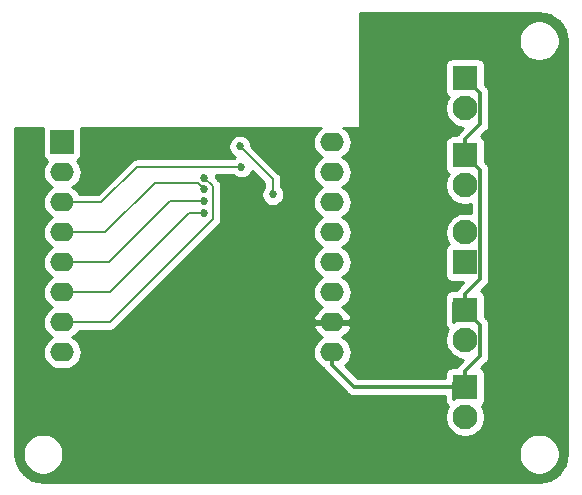
<source format=gbr>
G04 #@! TF.GenerationSoftware,KiCad,Pcbnew,5.1.4*
G04 #@! TF.CreationDate,2019-08-25T18:27:55-04:00*
G04 #@! TF.ProjectId,oven,6f76656e-2e6b-4696-9361-645f70636258,v02*
G04 #@! TF.SameCoordinates,Original*
G04 #@! TF.FileFunction,Copper,L2,Bot*
G04 #@! TF.FilePolarity,Positive*
%FSLAX46Y46*%
G04 Gerber Fmt 4.6, Leading zero omitted, Abs format (unit mm)*
G04 Created by KiCad (PCBNEW 5.1.4) date 2019-08-25 18:27:55*
%MOMM*%
%LPD*%
G04 APERTURE LIST*
%ADD10O,2.000000X1.600000*%
%ADD11R,2.000000X2.000000*%
%ADD12R,2.100000X2.100000*%
%ADD13C,2.100000*%
%ADD14C,0.685800*%
%ADD15C,0.304800*%
%ADD16C,0.152400*%
%ADD17C,0.254000*%
G04 APERTURE END LIST*
D10*
X96830000Y-80820000D03*
D11*
X96830000Y-78280000D03*
D10*
X96830000Y-83360000D03*
X96830000Y-85900000D03*
X96830000Y-88440000D03*
X96830000Y-90980000D03*
X96830000Y-93520000D03*
X96830000Y-96060000D03*
X119690000Y-96060000D03*
X119690000Y-93520000D03*
X119690000Y-90980000D03*
X119690000Y-88440000D03*
X119690000Y-85900000D03*
X119690000Y-83360000D03*
X119690000Y-80820000D03*
X119690000Y-78280000D03*
D12*
X130950000Y-88460000D03*
D13*
X130950000Y-85920000D03*
D12*
X130950000Y-72840000D03*
D13*
X130950000Y-75380000D03*
D12*
X130950000Y-79380000D03*
D13*
X130950000Y-81920000D03*
X130950000Y-95000000D03*
D12*
X130950000Y-92460000D03*
D13*
X130950000Y-101540000D03*
D12*
X130950000Y-99000000D03*
D14*
X116580000Y-79940000D03*
X108870000Y-82270000D03*
X108870000Y-81270000D03*
X108870000Y-83270000D03*
X114670000Y-82700000D03*
X111880000Y-78620000D03*
X112010000Y-80360000D03*
X108870000Y-84270000D03*
D15*
X130000000Y-100000000D02*
X130000000Y-98645200D01*
X130000000Y-93460000D02*
X130000000Y-91925762D01*
X129595200Y-99000000D02*
X130950000Y-99000000D01*
X121525200Y-99000000D02*
X129595200Y-99000000D01*
X119690000Y-97164800D02*
X121525200Y-99000000D01*
X119690000Y-96060000D02*
X119690000Y-97164800D01*
X132203201Y-93713201D02*
X130950000Y-92460000D01*
X132203201Y-96391999D02*
X132203201Y-93713201D01*
X130950000Y-97645200D02*
X132203201Y-96391999D01*
X130950000Y-99000000D02*
X130950000Y-97645200D01*
X132203201Y-89851999D02*
X132203201Y-80633201D01*
X132203201Y-80633201D02*
X130950000Y-79380000D01*
X130950000Y-91105200D02*
X132203201Y-89851999D01*
X130950000Y-92460000D02*
X130950000Y-91105200D01*
X132203201Y-74093201D02*
X130950000Y-72840000D01*
X132203201Y-76771999D02*
X132203201Y-74093201D01*
X130950000Y-78025200D02*
X132203201Y-76771999D01*
X130950000Y-79380000D02*
X130950000Y-78025200D01*
D16*
X108347010Y-81747010D02*
X104652990Y-81747010D01*
X108870000Y-82270000D02*
X108347010Y-81747010D01*
X100500000Y-85900000D02*
X96830000Y-85900000D01*
X104652990Y-81747010D02*
X100500000Y-85900000D01*
X109590000Y-84810990D02*
X100880990Y-93520000D01*
X97982400Y-93520000D02*
X96830000Y-93520000D01*
X109590000Y-81990000D02*
X109590000Y-84810990D01*
X100880990Y-93520000D02*
X97982400Y-93520000D01*
X108870000Y-81270000D02*
X109590000Y-81990000D01*
X108870000Y-83270000D02*
X106000000Y-83270000D01*
X100830000Y-88440000D02*
X96830000Y-88440000D01*
X106000000Y-83270000D02*
X100830000Y-88440000D01*
X114670000Y-81410000D02*
X114670000Y-82700000D01*
X111880000Y-78620000D02*
X114670000Y-81410000D01*
X112010000Y-80360000D02*
X103160000Y-80360000D01*
X100160000Y-83360000D02*
X96830000Y-83360000D01*
X103160000Y-80360000D02*
X100160000Y-83360000D01*
X108870000Y-84270000D02*
X107570000Y-84270000D01*
X100860000Y-90980000D02*
X96830000Y-90980000D01*
X107570000Y-84270000D02*
X100860000Y-90980000D01*
D17*
G36*
X137663893Y-67387670D02*
G01*
X138100498Y-67519489D01*
X138503185Y-67733600D01*
X138856612Y-68021848D01*
X139147327Y-68373261D01*
X139364242Y-68774439D01*
X139499106Y-69210113D01*
X139550001Y-69694353D01*
X139550000Y-104647721D01*
X139502330Y-105133894D01*
X139370512Y-105570497D01*
X139156399Y-105973186D01*
X138868150Y-106326613D01*
X138516739Y-106617327D01*
X138115564Y-106834240D01*
X137679886Y-106969106D01*
X137195664Y-107020000D01*
X95242279Y-107020000D01*
X94756106Y-106972330D01*
X94319503Y-106840512D01*
X93916814Y-106626399D01*
X93563387Y-106338150D01*
X93272673Y-105986739D01*
X93055760Y-105585564D01*
X92920894Y-105149886D01*
X92870000Y-104665664D01*
X92870000Y-104509117D01*
X93475000Y-104509117D01*
X93475000Y-104850883D01*
X93541675Y-105186081D01*
X93672463Y-105501831D01*
X93862337Y-105785998D01*
X94104002Y-106027663D01*
X94388169Y-106217537D01*
X94703919Y-106348325D01*
X95039117Y-106415000D01*
X95380883Y-106415000D01*
X95716081Y-106348325D01*
X96031831Y-106217537D01*
X96315998Y-106027663D01*
X96557663Y-105785998D01*
X96747537Y-105501831D01*
X96878325Y-105186081D01*
X96945000Y-104850883D01*
X96945000Y-104509117D01*
X135475000Y-104509117D01*
X135475000Y-104850883D01*
X135541675Y-105186081D01*
X135672463Y-105501831D01*
X135862337Y-105785998D01*
X136104002Y-106027663D01*
X136388169Y-106217537D01*
X136703919Y-106348325D01*
X137039117Y-106415000D01*
X137380883Y-106415000D01*
X137716081Y-106348325D01*
X138031831Y-106217537D01*
X138315998Y-106027663D01*
X138557663Y-105785998D01*
X138747537Y-105501831D01*
X138878325Y-105186081D01*
X138945000Y-104850883D01*
X138945000Y-104509117D01*
X138878325Y-104173919D01*
X138747537Y-103858169D01*
X138557663Y-103574002D01*
X138315998Y-103332337D01*
X138031831Y-103142463D01*
X137716081Y-103011675D01*
X137380883Y-102945000D01*
X137039117Y-102945000D01*
X136703919Y-103011675D01*
X136388169Y-103142463D01*
X136104002Y-103332337D01*
X135862337Y-103574002D01*
X135672463Y-103858169D01*
X135541675Y-104173919D01*
X135475000Y-104509117D01*
X96945000Y-104509117D01*
X96878325Y-104173919D01*
X96747537Y-103858169D01*
X96557663Y-103574002D01*
X96315998Y-103332337D01*
X96031831Y-103142463D01*
X95716081Y-103011675D01*
X95380883Y-102945000D01*
X95039117Y-102945000D01*
X94703919Y-103011675D01*
X94388169Y-103142463D01*
X94104002Y-103332337D01*
X93862337Y-103574002D01*
X93672463Y-103858169D01*
X93541675Y-104173919D01*
X93475000Y-104509117D01*
X92870000Y-104509117D01*
X92870000Y-77037000D01*
X95240140Y-77037000D01*
X95204188Y-77155518D01*
X95191928Y-77280000D01*
X95191928Y-79280000D01*
X95204188Y-79404482D01*
X95240498Y-79524180D01*
X95299463Y-79634494D01*
X95378815Y-79731185D01*
X95475506Y-79810537D01*
X95563476Y-79857559D01*
X95431068Y-80018899D01*
X95297818Y-80268192D01*
X95215764Y-80538691D01*
X95188057Y-80820000D01*
X95215764Y-81101309D01*
X95297818Y-81371808D01*
X95431068Y-81621101D01*
X95610392Y-81839608D01*
X95828899Y-82018932D01*
X95961858Y-82090000D01*
X95828899Y-82161068D01*
X95610392Y-82340392D01*
X95431068Y-82558899D01*
X95297818Y-82808192D01*
X95215764Y-83078691D01*
X95188057Y-83360000D01*
X95215764Y-83641309D01*
X95297818Y-83911808D01*
X95431068Y-84161101D01*
X95610392Y-84379608D01*
X95828899Y-84558932D01*
X95961858Y-84630000D01*
X95828899Y-84701068D01*
X95610392Y-84880392D01*
X95431068Y-85098899D01*
X95297818Y-85348192D01*
X95215764Y-85618691D01*
X95188057Y-85900000D01*
X95215764Y-86181309D01*
X95297818Y-86451808D01*
X95431068Y-86701101D01*
X95610392Y-86919608D01*
X95828899Y-87098932D01*
X95961858Y-87170000D01*
X95828899Y-87241068D01*
X95610392Y-87420392D01*
X95431068Y-87638899D01*
X95297818Y-87888192D01*
X95215764Y-88158691D01*
X95188057Y-88440000D01*
X95215764Y-88721309D01*
X95297818Y-88991808D01*
X95431068Y-89241101D01*
X95610392Y-89459608D01*
X95828899Y-89638932D01*
X95961858Y-89710000D01*
X95828899Y-89781068D01*
X95610392Y-89960392D01*
X95431068Y-90178899D01*
X95297818Y-90428192D01*
X95215764Y-90698691D01*
X95188057Y-90980000D01*
X95215764Y-91261309D01*
X95297818Y-91531808D01*
X95431068Y-91781101D01*
X95610392Y-91999608D01*
X95828899Y-92178932D01*
X95961858Y-92250000D01*
X95828899Y-92321068D01*
X95610392Y-92500392D01*
X95431068Y-92718899D01*
X95297818Y-92968192D01*
X95215764Y-93238691D01*
X95188057Y-93520000D01*
X95215764Y-93801309D01*
X95297818Y-94071808D01*
X95431068Y-94321101D01*
X95610392Y-94539608D01*
X95828899Y-94718932D01*
X95961858Y-94790000D01*
X95828899Y-94861068D01*
X95610392Y-95040392D01*
X95431068Y-95258899D01*
X95297818Y-95508192D01*
X95215764Y-95778691D01*
X95188057Y-96060000D01*
X95215764Y-96341309D01*
X95297818Y-96611808D01*
X95431068Y-96861101D01*
X95610392Y-97079608D01*
X95828899Y-97258932D01*
X96078192Y-97392182D01*
X96348691Y-97474236D01*
X96559508Y-97495000D01*
X97100492Y-97495000D01*
X97311309Y-97474236D01*
X97581808Y-97392182D01*
X97831101Y-97258932D01*
X98049608Y-97079608D01*
X98228932Y-96861101D01*
X98362182Y-96611808D01*
X98444236Y-96341309D01*
X98471943Y-96060000D01*
X118048057Y-96060000D01*
X118075764Y-96341309D01*
X118157818Y-96611808D01*
X118291068Y-96861101D01*
X118470392Y-97079608D01*
X118688899Y-97258932D01*
X118935750Y-97390877D01*
X118959018Y-97467582D01*
X118975713Y-97498815D01*
X119032135Y-97604372D01*
X119130532Y-97724269D01*
X119160573Y-97748923D01*
X120941081Y-99529433D01*
X120965731Y-99559469D01*
X120995767Y-99584119D01*
X120995770Y-99584122D01*
X121085627Y-99657866D01*
X121222417Y-99730982D01*
X121370843Y-99776006D01*
X121486527Y-99787400D01*
X121486535Y-99787400D01*
X121525200Y-99791208D01*
X121563865Y-99787400D01*
X129212600Y-99787400D01*
X129212600Y-100038672D01*
X129223994Y-100154356D01*
X129269018Y-100302782D01*
X129342134Y-100439571D01*
X129440531Y-100559469D01*
X129529726Y-100632670D01*
X129456772Y-100741853D01*
X129329754Y-101048504D01*
X129265000Y-101374042D01*
X129265000Y-101705958D01*
X129329754Y-102031496D01*
X129456772Y-102338147D01*
X129641175Y-102614125D01*
X129875875Y-102848825D01*
X130151853Y-103033228D01*
X130458504Y-103160246D01*
X130784042Y-103225000D01*
X131115958Y-103225000D01*
X131441496Y-103160246D01*
X131748147Y-103033228D01*
X132024125Y-102848825D01*
X132258825Y-102614125D01*
X132443228Y-102338147D01*
X132570246Y-102031496D01*
X132635000Y-101705958D01*
X132635000Y-101374042D01*
X132570246Y-101048504D01*
X132443228Y-100741853D01*
X132340454Y-100588042D01*
X132354494Y-100580537D01*
X132451185Y-100501185D01*
X132530537Y-100404494D01*
X132589502Y-100294180D01*
X132625812Y-100174482D01*
X132638072Y-100050000D01*
X132638072Y-97950000D01*
X132625812Y-97825518D01*
X132589502Y-97705820D01*
X132530537Y-97595506D01*
X132451185Y-97498815D01*
X132354494Y-97419463D01*
X132312001Y-97396750D01*
X132732630Y-96976121D01*
X132762670Y-96951468D01*
X132836080Y-96862018D01*
X132861067Y-96831572D01*
X132934183Y-96694782D01*
X132956793Y-96620246D01*
X132979207Y-96546356D01*
X132990601Y-96430672D01*
X132990601Y-96430662D01*
X132994409Y-96391999D01*
X132990601Y-96353336D01*
X132990601Y-93751864D01*
X132994409Y-93713201D01*
X132990601Y-93674538D01*
X132990601Y-93674528D01*
X132979207Y-93558844D01*
X132934183Y-93410418D01*
X132917793Y-93379754D01*
X132861067Y-93273628D01*
X132787322Y-93183771D01*
X132762670Y-93153732D01*
X132732629Y-93129078D01*
X132638072Y-93034521D01*
X132638072Y-91410000D01*
X132625812Y-91285518D01*
X132589502Y-91165820D01*
X132530537Y-91055506D01*
X132451185Y-90958815D01*
X132354494Y-90879463D01*
X132312001Y-90856750D01*
X132732630Y-90436121D01*
X132762670Y-90411468D01*
X132837935Y-90319758D01*
X132861067Y-90291572D01*
X132934183Y-90154782D01*
X132968838Y-90040537D01*
X132979207Y-90006356D01*
X132990601Y-89890672D01*
X132990601Y-89890662D01*
X132994409Y-89851999D01*
X132990601Y-89813336D01*
X132990601Y-80671864D01*
X132994409Y-80633201D01*
X132990601Y-80594538D01*
X132990601Y-80594528D01*
X132979207Y-80478844D01*
X132934183Y-80330418D01*
X132917793Y-80299754D01*
X132861067Y-80193628D01*
X132787322Y-80103771D01*
X132762670Y-80073732D01*
X132732629Y-80049078D01*
X132638072Y-79954521D01*
X132638072Y-78330000D01*
X132625812Y-78205518D01*
X132589502Y-78085820D01*
X132530537Y-77975506D01*
X132451185Y-77878815D01*
X132354494Y-77799463D01*
X132312001Y-77776750D01*
X132732630Y-77356121D01*
X132762670Y-77331468D01*
X132830191Y-77249194D01*
X132861067Y-77211572D01*
X132934183Y-77074782D01*
X132956927Y-76999803D01*
X132979207Y-76926356D01*
X132990601Y-76810672D01*
X132990601Y-76810662D01*
X132994409Y-76771999D01*
X132990601Y-76733336D01*
X132990601Y-74131864D01*
X132994409Y-74093201D01*
X132990601Y-74054538D01*
X132990601Y-74054528D01*
X132979207Y-73938844D01*
X132934183Y-73790418D01*
X132917793Y-73759754D01*
X132861067Y-73653628D01*
X132787322Y-73563771D01*
X132762670Y-73533732D01*
X132732629Y-73509078D01*
X132638072Y-73414521D01*
X132638072Y-71790000D01*
X132625812Y-71665518D01*
X132589502Y-71545820D01*
X132530537Y-71435506D01*
X132451185Y-71338815D01*
X132354494Y-71259463D01*
X132244180Y-71200498D01*
X132124482Y-71164188D01*
X132000000Y-71151928D01*
X129900000Y-71151928D01*
X129775518Y-71164188D01*
X129655820Y-71200498D01*
X129545506Y-71259463D01*
X129448815Y-71338815D01*
X129369463Y-71435506D01*
X129310498Y-71545820D01*
X129274188Y-71665518D01*
X129261928Y-71790000D01*
X129261928Y-73890000D01*
X129274188Y-74014482D01*
X129310498Y-74134180D01*
X129369463Y-74244494D01*
X129448815Y-74341185D01*
X129545506Y-74420537D01*
X129559546Y-74428042D01*
X129456772Y-74581853D01*
X129329754Y-74888504D01*
X129265000Y-75214042D01*
X129265000Y-75545958D01*
X129329754Y-75871496D01*
X129456772Y-76178147D01*
X129641175Y-76454125D01*
X129875875Y-76688825D01*
X130151853Y-76873228D01*
X130458504Y-77000246D01*
X130784042Y-77065000D01*
X130796650Y-77065000D01*
X130420573Y-77441077D01*
X130390532Y-77465731D01*
X130310535Y-77563208D01*
X130292135Y-77585628D01*
X130235316Y-77691928D01*
X129900000Y-77691928D01*
X129775518Y-77704188D01*
X129655820Y-77740498D01*
X129545506Y-77799463D01*
X129448815Y-77878815D01*
X129369463Y-77975506D01*
X129310498Y-78085820D01*
X129274188Y-78205518D01*
X129261928Y-78330000D01*
X129261928Y-80430000D01*
X129274188Y-80554482D01*
X129310498Y-80674180D01*
X129369463Y-80784494D01*
X129448815Y-80881185D01*
X129545506Y-80960537D01*
X129559546Y-80968042D01*
X129456772Y-81121853D01*
X129329754Y-81428504D01*
X129265000Y-81754042D01*
X129265000Y-82085958D01*
X129329754Y-82411496D01*
X129456772Y-82718147D01*
X129641175Y-82994125D01*
X129875875Y-83228825D01*
X130151853Y-83413228D01*
X130458504Y-83540246D01*
X130784042Y-83605000D01*
X131115958Y-83605000D01*
X131415802Y-83545357D01*
X131415802Y-84294643D01*
X131115958Y-84235000D01*
X130784042Y-84235000D01*
X130458504Y-84299754D01*
X130151853Y-84426772D01*
X129875875Y-84611175D01*
X129641175Y-84845875D01*
X129456772Y-85121853D01*
X129329754Y-85428504D01*
X129265000Y-85754042D01*
X129265000Y-86085958D01*
X129329754Y-86411496D01*
X129456772Y-86718147D01*
X129559546Y-86871958D01*
X129545506Y-86879463D01*
X129448815Y-86958815D01*
X129369463Y-87055506D01*
X129310498Y-87165820D01*
X129274188Y-87285518D01*
X129261928Y-87410000D01*
X129261928Y-89510000D01*
X129274188Y-89634482D01*
X129310498Y-89754180D01*
X129369463Y-89864494D01*
X129448815Y-89961185D01*
X129545506Y-90040537D01*
X129655820Y-90099502D01*
X129775518Y-90135812D01*
X129900000Y-90148072D01*
X130793578Y-90148072D01*
X130420573Y-90521077D01*
X130390532Y-90545731D01*
X130310535Y-90643208D01*
X130292135Y-90665628D01*
X130235316Y-90771928D01*
X129900000Y-90771928D01*
X129775518Y-90784188D01*
X129655820Y-90820498D01*
X129545506Y-90879463D01*
X129448815Y-90958815D01*
X129369463Y-91055506D01*
X129310498Y-91165820D01*
X129274188Y-91285518D01*
X129261928Y-91410000D01*
X129261928Y-91646355D01*
X129223995Y-91771405D01*
X129212601Y-91887089D01*
X129212600Y-93498672D01*
X129223994Y-93614356D01*
X129269018Y-93762782D01*
X129342134Y-93899571D01*
X129440531Y-94019469D01*
X129529726Y-94092670D01*
X129456772Y-94201853D01*
X129329754Y-94508504D01*
X129265000Y-94834042D01*
X129265000Y-95165958D01*
X129329754Y-95491496D01*
X129456772Y-95798147D01*
X129641175Y-96074125D01*
X129875875Y-96308825D01*
X130151853Y-96493228D01*
X130458504Y-96620246D01*
X130784042Y-96685000D01*
X130796650Y-96685000D01*
X130420573Y-97061077D01*
X130390532Y-97085731D01*
X130310535Y-97183208D01*
X130292135Y-97205628D01*
X130235316Y-97311928D01*
X129900000Y-97311928D01*
X129775518Y-97324188D01*
X129655820Y-97360498D01*
X129545506Y-97419463D01*
X129448815Y-97498815D01*
X129369463Y-97595506D01*
X129310498Y-97705820D01*
X129274188Y-97825518D01*
X129261928Y-97950000D01*
X129261928Y-98212600D01*
X121851352Y-98212600D01*
X120804565Y-97165814D01*
X120909608Y-97079608D01*
X121088932Y-96861101D01*
X121222182Y-96611808D01*
X121304236Y-96341309D01*
X121331943Y-96060000D01*
X121304236Y-95778691D01*
X121222182Y-95508192D01*
X121088932Y-95258899D01*
X120909608Y-95040392D01*
X120691101Y-94861068D01*
X120561655Y-94791878D01*
X120579227Y-94784430D01*
X120812662Y-94625673D01*
X121010639Y-94424425D01*
X121165551Y-94188421D01*
X121271444Y-93926730D01*
X121281904Y-93869039D01*
X121159915Y-93647000D01*
X119817000Y-93647000D01*
X119817000Y-93667000D01*
X119563000Y-93667000D01*
X119563000Y-93647000D01*
X118220085Y-93647000D01*
X118098096Y-93869039D01*
X118108556Y-93926730D01*
X118214449Y-94188421D01*
X118369361Y-94424425D01*
X118567338Y-94625673D01*
X118800773Y-94784430D01*
X118818345Y-94791878D01*
X118688899Y-94861068D01*
X118470392Y-95040392D01*
X118291068Y-95258899D01*
X118157818Y-95508192D01*
X118075764Y-95778691D01*
X118048057Y-96060000D01*
X98471943Y-96060000D01*
X98444236Y-95778691D01*
X98362182Y-95508192D01*
X98228932Y-95258899D01*
X98049608Y-95040392D01*
X97831101Y-94861068D01*
X97698142Y-94790000D01*
X97831101Y-94718932D01*
X98049608Y-94539608D01*
X98228932Y-94321101D01*
X98276985Y-94231200D01*
X100846064Y-94231200D01*
X100880990Y-94234640D01*
X100915916Y-94231200D01*
X100915926Y-94231200D01*
X101020410Y-94220909D01*
X101154471Y-94180242D01*
X101278023Y-94114202D01*
X101386317Y-94025327D01*
X101408592Y-93998185D01*
X110068191Y-85338587D01*
X110095327Y-85316317D01*
X110184202Y-85208023D01*
X110250242Y-85084471D01*
X110290909Y-84950410D01*
X110301200Y-84845926D01*
X110301200Y-84845917D01*
X110304640Y-84810991D01*
X110301200Y-84776065D01*
X110301200Y-82024928D01*
X110304640Y-81990000D01*
X110301200Y-81955071D01*
X110301200Y-81955064D01*
X110290909Y-81850580D01*
X110277699Y-81807032D01*
X110250242Y-81716518D01*
X110184202Y-81592967D01*
X110117597Y-81511809D01*
X110117593Y-81511805D01*
X110095326Y-81484673D01*
X110068195Y-81462407D01*
X109847900Y-81242112D01*
X109847900Y-81173685D01*
X109827515Y-81071200D01*
X111338240Y-81071200D01*
X111386625Y-81119585D01*
X111546790Y-81226604D01*
X111724757Y-81300320D01*
X111913685Y-81337900D01*
X112106315Y-81337900D01*
X112295243Y-81300320D01*
X112473210Y-81226604D01*
X112633375Y-81119585D01*
X112769585Y-80983375D01*
X112876604Y-80823210D01*
X112935422Y-80681210D01*
X113958800Y-81704588D01*
X113958800Y-82028240D01*
X113910415Y-82076625D01*
X113803396Y-82236790D01*
X113729680Y-82414757D01*
X113692100Y-82603685D01*
X113692100Y-82796315D01*
X113729680Y-82985243D01*
X113803396Y-83163210D01*
X113910415Y-83323375D01*
X114046625Y-83459585D01*
X114206790Y-83566604D01*
X114384757Y-83640320D01*
X114573685Y-83677900D01*
X114766315Y-83677900D01*
X114955243Y-83640320D01*
X115133210Y-83566604D01*
X115293375Y-83459585D01*
X115429585Y-83323375D01*
X115536604Y-83163210D01*
X115610320Y-82985243D01*
X115647900Y-82796315D01*
X115647900Y-82603685D01*
X115610320Y-82414757D01*
X115536604Y-82236790D01*
X115429585Y-82076625D01*
X115381200Y-82028240D01*
X115381200Y-81444928D01*
X115384640Y-81410000D01*
X115381200Y-81375071D01*
X115381200Y-81375064D01*
X115370909Y-81270580D01*
X115330242Y-81136519D01*
X115264202Y-81012967D01*
X115250703Y-80996519D01*
X115197597Y-80931809D01*
X115197593Y-80931805D01*
X115175326Y-80904673D01*
X115148195Y-80882407D01*
X112857900Y-78592113D01*
X112857900Y-78523685D01*
X112820320Y-78334757D01*
X112746604Y-78156790D01*
X112639585Y-77996625D01*
X112503375Y-77860415D01*
X112343210Y-77753396D01*
X112165243Y-77679680D01*
X111976315Y-77642100D01*
X111783685Y-77642100D01*
X111594757Y-77679680D01*
X111416790Y-77753396D01*
X111256625Y-77860415D01*
X111120415Y-77996625D01*
X111013396Y-78156790D01*
X110939680Y-78334757D01*
X110902100Y-78523685D01*
X110902100Y-78716315D01*
X110939680Y-78905243D01*
X111013396Y-79083210D01*
X111120415Y-79243375D01*
X111256625Y-79379585D01*
X111416790Y-79486604D01*
X111503316Y-79522444D01*
X111386625Y-79600415D01*
X111338240Y-79648800D01*
X103194928Y-79648800D01*
X103160000Y-79645360D01*
X103125071Y-79648800D01*
X103125064Y-79648800D01*
X103020580Y-79659091D01*
X102886518Y-79699758D01*
X102762967Y-79765798D01*
X102681809Y-79832402D01*
X102681804Y-79832407D01*
X102654673Y-79854673D01*
X102632407Y-79881804D01*
X99865413Y-82648800D01*
X98276985Y-82648800D01*
X98228932Y-82558899D01*
X98049608Y-82340392D01*
X97831101Y-82161068D01*
X97698142Y-82090000D01*
X97831101Y-82018932D01*
X98049608Y-81839608D01*
X98228932Y-81621101D01*
X98362182Y-81371808D01*
X98444236Y-81101309D01*
X98471943Y-80820000D01*
X98444236Y-80538691D01*
X98362182Y-80268192D01*
X98228932Y-80018899D01*
X98096524Y-79857559D01*
X98184494Y-79810537D01*
X98281185Y-79731185D01*
X98360537Y-79634494D01*
X98419502Y-79524180D01*
X98455812Y-79404482D01*
X98468072Y-79280000D01*
X98468072Y-77280000D01*
X98455812Y-77155518D01*
X98419860Y-77037000D01*
X118771344Y-77037000D01*
X118688899Y-77081068D01*
X118470392Y-77260392D01*
X118291068Y-77478899D01*
X118157818Y-77728192D01*
X118075764Y-77998691D01*
X118048057Y-78280000D01*
X118075764Y-78561309D01*
X118157818Y-78831808D01*
X118291068Y-79081101D01*
X118470392Y-79299608D01*
X118688899Y-79478932D01*
X118821858Y-79550000D01*
X118688899Y-79621068D01*
X118470392Y-79800392D01*
X118291068Y-80018899D01*
X118157818Y-80268192D01*
X118075764Y-80538691D01*
X118048057Y-80820000D01*
X118075764Y-81101309D01*
X118157818Y-81371808D01*
X118291068Y-81621101D01*
X118470392Y-81839608D01*
X118688899Y-82018932D01*
X118821858Y-82090000D01*
X118688899Y-82161068D01*
X118470392Y-82340392D01*
X118291068Y-82558899D01*
X118157818Y-82808192D01*
X118075764Y-83078691D01*
X118048057Y-83360000D01*
X118075764Y-83641309D01*
X118157818Y-83911808D01*
X118291068Y-84161101D01*
X118470392Y-84379608D01*
X118688899Y-84558932D01*
X118821858Y-84630000D01*
X118688899Y-84701068D01*
X118470392Y-84880392D01*
X118291068Y-85098899D01*
X118157818Y-85348192D01*
X118075764Y-85618691D01*
X118048057Y-85900000D01*
X118075764Y-86181309D01*
X118157818Y-86451808D01*
X118291068Y-86701101D01*
X118470392Y-86919608D01*
X118688899Y-87098932D01*
X118821858Y-87170000D01*
X118688899Y-87241068D01*
X118470392Y-87420392D01*
X118291068Y-87638899D01*
X118157818Y-87888192D01*
X118075764Y-88158691D01*
X118048057Y-88440000D01*
X118075764Y-88721309D01*
X118157818Y-88991808D01*
X118291068Y-89241101D01*
X118470392Y-89459608D01*
X118688899Y-89638932D01*
X118821858Y-89710000D01*
X118688899Y-89781068D01*
X118470392Y-89960392D01*
X118291068Y-90178899D01*
X118157818Y-90428192D01*
X118075764Y-90698691D01*
X118048057Y-90980000D01*
X118075764Y-91261309D01*
X118157818Y-91531808D01*
X118291068Y-91781101D01*
X118470392Y-91999608D01*
X118688899Y-92178932D01*
X118818345Y-92248122D01*
X118800773Y-92255570D01*
X118567338Y-92414327D01*
X118369361Y-92615575D01*
X118214449Y-92851579D01*
X118108556Y-93113270D01*
X118098096Y-93170961D01*
X118220085Y-93393000D01*
X119563000Y-93393000D01*
X119563000Y-93373000D01*
X119817000Y-93373000D01*
X119817000Y-93393000D01*
X121159915Y-93393000D01*
X121281904Y-93170961D01*
X121271444Y-93113270D01*
X121165551Y-92851579D01*
X121010639Y-92615575D01*
X120812662Y-92414327D01*
X120579227Y-92255570D01*
X120561655Y-92248122D01*
X120691101Y-92178932D01*
X120909608Y-91999608D01*
X121088932Y-91781101D01*
X121222182Y-91531808D01*
X121304236Y-91261309D01*
X121331943Y-90980000D01*
X121304236Y-90698691D01*
X121222182Y-90428192D01*
X121088932Y-90178899D01*
X120909608Y-89960392D01*
X120691101Y-89781068D01*
X120558142Y-89710000D01*
X120691101Y-89638932D01*
X120909608Y-89459608D01*
X121088932Y-89241101D01*
X121222182Y-88991808D01*
X121304236Y-88721309D01*
X121331943Y-88440000D01*
X121304236Y-88158691D01*
X121222182Y-87888192D01*
X121088932Y-87638899D01*
X120909608Y-87420392D01*
X120691101Y-87241068D01*
X120558142Y-87170000D01*
X120691101Y-87098932D01*
X120909608Y-86919608D01*
X121088932Y-86701101D01*
X121222182Y-86451808D01*
X121304236Y-86181309D01*
X121331943Y-85900000D01*
X121304236Y-85618691D01*
X121222182Y-85348192D01*
X121088932Y-85098899D01*
X120909608Y-84880392D01*
X120691101Y-84701068D01*
X120558142Y-84630000D01*
X120691101Y-84558932D01*
X120909608Y-84379608D01*
X121088932Y-84161101D01*
X121222182Y-83911808D01*
X121304236Y-83641309D01*
X121331943Y-83360000D01*
X121304236Y-83078691D01*
X121222182Y-82808192D01*
X121088932Y-82558899D01*
X120909608Y-82340392D01*
X120691101Y-82161068D01*
X120558142Y-82090000D01*
X120691101Y-82018932D01*
X120909608Y-81839608D01*
X121088932Y-81621101D01*
X121222182Y-81371808D01*
X121304236Y-81101309D01*
X121331943Y-80820000D01*
X121304236Y-80538691D01*
X121222182Y-80268192D01*
X121088932Y-80018899D01*
X120909608Y-79800392D01*
X120691101Y-79621068D01*
X120558142Y-79550000D01*
X120691101Y-79478932D01*
X120909608Y-79299608D01*
X121088932Y-79081101D01*
X121222182Y-78831808D01*
X121304236Y-78561309D01*
X121331943Y-78280000D01*
X121304236Y-77998691D01*
X121222182Y-77728192D01*
X121088932Y-77478899D01*
X120909608Y-77260392D01*
X120691101Y-77081068D01*
X120608656Y-77037000D01*
X121950000Y-77037000D01*
X121974776Y-77034560D01*
X121998601Y-77027333D01*
X122020557Y-77015597D01*
X122039803Y-76999803D01*
X122055597Y-76980557D01*
X122067333Y-76958601D01*
X122074560Y-76934776D01*
X122077000Y-76910000D01*
X122077000Y-69509117D01*
X135475000Y-69509117D01*
X135475000Y-69850883D01*
X135541675Y-70186081D01*
X135672463Y-70501831D01*
X135862337Y-70785998D01*
X136104002Y-71027663D01*
X136388169Y-71217537D01*
X136703919Y-71348325D01*
X137039117Y-71415000D01*
X137380883Y-71415000D01*
X137716081Y-71348325D01*
X138031831Y-71217537D01*
X138315998Y-71027663D01*
X138557663Y-70785998D01*
X138747537Y-70501831D01*
X138878325Y-70186081D01*
X138945000Y-69850883D01*
X138945000Y-69509117D01*
X138878325Y-69173919D01*
X138747537Y-68858169D01*
X138557663Y-68574002D01*
X138315998Y-68332337D01*
X138031831Y-68142463D01*
X137716081Y-68011675D01*
X137380883Y-67945000D01*
X137039117Y-67945000D01*
X136703919Y-68011675D01*
X136388169Y-68142463D01*
X136104002Y-68332337D01*
X135862337Y-68574002D01*
X135672463Y-68858169D01*
X135541675Y-69173919D01*
X135475000Y-69509117D01*
X122077000Y-69509117D01*
X122077000Y-67340000D01*
X137177721Y-67340000D01*
X137663893Y-67387670D01*
X137663893Y-67387670D01*
G37*
X137663893Y-67387670D02*
X138100498Y-67519489D01*
X138503185Y-67733600D01*
X138856612Y-68021848D01*
X139147327Y-68373261D01*
X139364242Y-68774439D01*
X139499106Y-69210113D01*
X139550001Y-69694353D01*
X139550000Y-104647721D01*
X139502330Y-105133894D01*
X139370512Y-105570497D01*
X139156399Y-105973186D01*
X138868150Y-106326613D01*
X138516739Y-106617327D01*
X138115564Y-106834240D01*
X137679886Y-106969106D01*
X137195664Y-107020000D01*
X95242279Y-107020000D01*
X94756106Y-106972330D01*
X94319503Y-106840512D01*
X93916814Y-106626399D01*
X93563387Y-106338150D01*
X93272673Y-105986739D01*
X93055760Y-105585564D01*
X92920894Y-105149886D01*
X92870000Y-104665664D01*
X92870000Y-104509117D01*
X93475000Y-104509117D01*
X93475000Y-104850883D01*
X93541675Y-105186081D01*
X93672463Y-105501831D01*
X93862337Y-105785998D01*
X94104002Y-106027663D01*
X94388169Y-106217537D01*
X94703919Y-106348325D01*
X95039117Y-106415000D01*
X95380883Y-106415000D01*
X95716081Y-106348325D01*
X96031831Y-106217537D01*
X96315998Y-106027663D01*
X96557663Y-105785998D01*
X96747537Y-105501831D01*
X96878325Y-105186081D01*
X96945000Y-104850883D01*
X96945000Y-104509117D01*
X135475000Y-104509117D01*
X135475000Y-104850883D01*
X135541675Y-105186081D01*
X135672463Y-105501831D01*
X135862337Y-105785998D01*
X136104002Y-106027663D01*
X136388169Y-106217537D01*
X136703919Y-106348325D01*
X137039117Y-106415000D01*
X137380883Y-106415000D01*
X137716081Y-106348325D01*
X138031831Y-106217537D01*
X138315998Y-106027663D01*
X138557663Y-105785998D01*
X138747537Y-105501831D01*
X138878325Y-105186081D01*
X138945000Y-104850883D01*
X138945000Y-104509117D01*
X138878325Y-104173919D01*
X138747537Y-103858169D01*
X138557663Y-103574002D01*
X138315998Y-103332337D01*
X138031831Y-103142463D01*
X137716081Y-103011675D01*
X137380883Y-102945000D01*
X137039117Y-102945000D01*
X136703919Y-103011675D01*
X136388169Y-103142463D01*
X136104002Y-103332337D01*
X135862337Y-103574002D01*
X135672463Y-103858169D01*
X135541675Y-104173919D01*
X135475000Y-104509117D01*
X96945000Y-104509117D01*
X96878325Y-104173919D01*
X96747537Y-103858169D01*
X96557663Y-103574002D01*
X96315998Y-103332337D01*
X96031831Y-103142463D01*
X95716081Y-103011675D01*
X95380883Y-102945000D01*
X95039117Y-102945000D01*
X94703919Y-103011675D01*
X94388169Y-103142463D01*
X94104002Y-103332337D01*
X93862337Y-103574002D01*
X93672463Y-103858169D01*
X93541675Y-104173919D01*
X93475000Y-104509117D01*
X92870000Y-104509117D01*
X92870000Y-77037000D01*
X95240140Y-77037000D01*
X95204188Y-77155518D01*
X95191928Y-77280000D01*
X95191928Y-79280000D01*
X95204188Y-79404482D01*
X95240498Y-79524180D01*
X95299463Y-79634494D01*
X95378815Y-79731185D01*
X95475506Y-79810537D01*
X95563476Y-79857559D01*
X95431068Y-80018899D01*
X95297818Y-80268192D01*
X95215764Y-80538691D01*
X95188057Y-80820000D01*
X95215764Y-81101309D01*
X95297818Y-81371808D01*
X95431068Y-81621101D01*
X95610392Y-81839608D01*
X95828899Y-82018932D01*
X95961858Y-82090000D01*
X95828899Y-82161068D01*
X95610392Y-82340392D01*
X95431068Y-82558899D01*
X95297818Y-82808192D01*
X95215764Y-83078691D01*
X95188057Y-83360000D01*
X95215764Y-83641309D01*
X95297818Y-83911808D01*
X95431068Y-84161101D01*
X95610392Y-84379608D01*
X95828899Y-84558932D01*
X95961858Y-84630000D01*
X95828899Y-84701068D01*
X95610392Y-84880392D01*
X95431068Y-85098899D01*
X95297818Y-85348192D01*
X95215764Y-85618691D01*
X95188057Y-85900000D01*
X95215764Y-86181309D01*
X95297818Y-86451808D01*
X95431068Y-86701101D01*
X95610392Y-86919608D01*
X95828899Y-87098932D01*
X95961858Y-87170000D01*
X95828899Y-87241068D01*
X95610392Y-87420392D01*
X95431068Y-87638899D01*
X95297818Y-87888192D01*
X95215764Y-88158691D01*
X95188057Y-88440000D01*
X95215764Y-88721309D01*
X95297818Y-88991808D01*
X95431068Y-89241101D01*
X95610392Y-89459608D01*
X95828899Y-89638932D01*
X95961858Y-89710000D01*
X95828899Y-89781068D01*
X95610392Y-89960392D01*
X95431068Y-90178899D01*
X95297818Y-90428192D01*
X95215764Y-90698691D01*
X95188057Y-90980000D01*
X95215764Y-91261309D01*
X95297818Y-91531808D01*
X95431068Y-91781101D01*
X95610392Y-91999608D01*
X95828899Y-92178932D01*
X95961858Y-92250000D01*
X95828899Y-92321068D01*
X95610392Y-92500392D01*
X95431068Y-92718899D01*
X95297818Y-92968192D01*
X95215764Y-93238691D01*
X95188057Y-93520000D01*
X95215764Y-93801309D01*
X95297818Y-94071808D01*
X95431068Y-94321101D01*
X95610392Y-94539608D01*
X95828899Y-94718932D01*
X95961858Y-94790000D01*
X95828899Y-94861068D01*
X95610392Y-95040392D01*
X95431068Y-95258899D01*
X95297818Y-95508192D01*
X95215764Y-95778691D01*
X95188057Y-96060000D01*
X95215764Y-96341309D01*
X95297818Y-96611808D01*
X95431068Y-96861101D01*
X95610392Y-97079608D01*
X95828899Y-97258932D01*
X96078192Y-97392182D01*
X96348691Y-97474236D01*
X96559508Y-97495000D01*
X97100492Y-97495000D01*
X97311309Y-97474236D01*
X97581808Y-97392182D01*
X97831101Y-97258932D01*
X98049608Y-97079608D01*
X98228932Y-96861101D01*
X98362182Y-96611808D01*
X98444236Y-96341309D01*
X98471943Y-96060000D01*
X118048057Y-96060000D01*
X118075764Y-96341309D01*
X118157818Y-96611808D01*
X118291068Y-96861101D01*
X118470392Y-97079608D01*
X118688899Y-97258932D01*
X118935750Y-97390877D01*
X118959018Y-97467582D01*
X118975713Y-97498815D01*
X119032135Y-97604372D01*
X119130532Y-97724269D01*
X119160573Y-97748923D01*
X120941081Y-99529433D01*
X120965731Y-99559469D01*
X120995767Y-99584119D01*
X120995770Y-99584122D01*
X121085627Y-99657866D01*
X121222417Y-99730982D01*
X121370843Y-99776006D01*
X121486527Y-99787400D01*
X121486535Y-99787400D01*
X121525200Y-99791208D01*
X121563865Y-99787400D01*
X129212600Y-99787400D01*
X129212600Y-100038672D01*
X129223994Y-100154356D01*
X129269018Y-100302782D01*
X129342134Y-100439571D01*
X129440531Y-100559469D01*
X129529726Y-100632670D01*
X129456772Y-100741853D01*
X129329754Y-101048504D01*
X129265000Y-101374042D01*
X129265000Y-101705958D01*
X129329754Y-102031496D01*
X129456772Y-102338147D01*
X129641175Y-102614125D01*
X129875875Y-102848825D01*
X130151853Y-103033228D01*
X130458504Y-103160246D01*
X130784042Y-103225000D01*
X131115958Y-103225000D01*
X131441496Y-103160246D01*
X131748147Y-103033228D01*
X132024125Y-102848825D01*
X132258825Y-102614125D01*
X132443228Y-102338147D01*
X132570246Y-102031496D01*
X132635000Y-101705958D01*
X132635000Y-101374042D01*
X132570246Y-101048504D01*
X132443228Y-100741853D01*
X132340454Y-100588042D01*
X132354494Y-100580537D01*
X132451185Y-100501185D01*
X132530537Y-100404494D01*
X132589502Y-100294180D01*
X132625812Y-100174482D01*
X132638072Y-100050000D01*
X132638072Y-97950000D01*
X132625812Y-97825518D01*
X132589502Y-97705820D01*
X132530537Y-97595506D01*
X132451185Y-97498815D01*
X132354494Y-97419463D01*
X132312001Y-97396750D01*
X132732630Y-96976121D01*
X132762670Y-96951468D01*
X132836080Y-96862018D01*
X132861067Y-96831572D01*
X132934183Y-96694782D01*
X132956793Y-96620246D01*
X132979207Y-96546356D01*
X132990601Y-96430672D01*
X132990601Y-96430662D01*
X132994409Y-96391999D01*
X132990601Y-96353336D01*
X132990601Y-93751864D01*
X132994409Y-93713201D01*
X132990601Y-93674538D01*
X132990601Y-93674528D01*
X132979207Y-93558844D01*
X132934183Y-93410418D01*
X132917793Y-93379754D01*
X132861067Y-93273628D01*
X132787322Y-93183771D01*
X132762670Y-93153732D01*
X132732629Y-93129078D01*
X132638072Y-93034521D01*
X132638072Y-91410000D01*
X132625812Y-91285518D01*
X132589502Y-91165820D01*
X132530537Y-91055506D01*
X132451185Y-90958815D01*
X132354494Y-90879463D01*
X132312001Y-90856750D01*
X132732630Y-90436121D01*
X132762670Y-90411468D01*
X132837935Y-90319758D01*
X132861067Y-90291572D01*
X132934183Y-90154782D01*
X132968838Y-90040537D01*
X132979207Y-90006356D01*
X132990601Y-89890672D01*
X132990601Y-89890662D01*
X132994409Y-89851999D01*
X132990601Y-89813336D01*
X132990601Y-80671864D01*
X132994409Y-80633201D01*
X132990601Y-80594538D01*
X132990601Y-80594528D01*
X132979207Y-80478844D01*
X132934183Y-80330418D01*
X132917793Y-80299754D01*
X132861067Y-80193628D01*
X132787322Y-80103771D01*
X132762670Y-80073732D01*
X132732629Y-80049078D01*
X132638072Y-79954521D01*
X132638072Y-78330000D01*
X132625812Y-78205518D01*
X132589502Y-78085820D01*
X132530537Y-77975506D01*
X132451185Y-77878815D01*
X132354494Y-77799463D01*
X132312001Y-77776750D01*
X132732630Y-77356121D01*
X132762670Y-77331468D01*
X132830191Y-77249194D01*
X132861067Y-77211572D01*
X132934183Y-77074782D01*
X132956927Y-76999803D01*
X132979207Y-76926356D01*
X132990601Y-76810672D01*
X132990601Y-76810662D01*
X132994409Y-76771999D01*
X132990601Y-76733336D01*
X132990601Y-74131864D01*
X132994409Y-74093201D01*
X132990601Y-74054538D01*
X132990601Y-74054528D01*
X132979207Y-73938844D01*
X132934183Y-73790418D01*
X132917793Y-73759754D01*
X132861067Y-73653628D01*
X132787322Y-73563771D01*
X132762670Y-73533732D01*
X132732629Y-73509078D01*
X132638072Y-73414521D01*
X132638072Y-71790000D01*
X132625812Y-71665518D01*
X132589502Y-71545820D01*
X132530537Y-71435506D01*
X132451185Y-71338815D01*
X132354494Y-71259463D01*
X132244180Y-71200498D01*
X132124482Y-71164188D01*
X132000000Y-71151928D01*
X129900000Y-71151928D01*
X129775518Y-71164188D01*
X129655820Y-71200498D01*
X129545506Y-71259463D01*
X129448815Y-71338815D01*
X129369463Y-71435506D01*
X129310498Y-71545820D01*
X129274188Y-71665518D01*
X129261928Y-71790000D01*
X129261928Y-73890000D01*
X129274188Y-74014482D01*
X129310498Y-74134180D01*
X129369463Y-74244494D01*
X129448815Y-74341185D01*
X129545506Y-74420537D01*
X129559546Y-74428042D01*
X129456772Y-74581853D01*
X129329754Y-74888504D01*
X129265000Y-75214042D01*
X129265000Y-75545958D01*
X129329754Y-75871496D01*
X129456772Y-76178147D01*
X129641175Y-76454125D01*
X129875875Y-76688825D01*
X130151853Y-76873228D01*
X130458504Y-77000246D01*
X130784042Y-77065000D01*
X130796650Y-77065000D01*
X130420573Y-77441077D01*
X130390532Y-77465731D01*
X130310535Y-77563208D01*
X130292135Y-77585628D01*
X130235316Y-77691928D01*
X129900000Y-77691928D01*
X129775518Y-77704188D01*
X129655820Y-77740498D01*
X129545506Y-77799463D01*
X129448815Y-77878815D01*
X129369463Y-77975506D01*
X129310498Y-78085820D01*
X129274188Y-78205518D01*
X129261928Y-78330000D01*
X129261928Y-80430000D01*
X129274188Y-80554482D01*
X129310498Y-80674180D01*
X129369463Y-80784494D01*
X129448815Y-80881185D01*
X129545506Y-80960537D01*
X129559546Y-80968042D01*
X129456772Y-81121853D01*
X129329754Y-81428504D01*
X129265000Y-81754042D01*
X129265000Y-82085958D01*
X129329754Y-82411496D01*
X129456772Y-82718147D01*
X129641175Y-82994125D01*
X129875875Y-83228825D01*
X130151853Y-83413228D01*
X130458504Y-83540246D01*
X130784042Y-83605000D01*
X131115958Y-83605000D01*
X131415802Y-83545357D01*
X131415802Y-84294643D01*
X131115958Y-84235000D01*
X130784042Y-84235000D01*
X130458504Y-84299754D01*
X130151853Y-84426772D01*
X129875875Y-84611175D01*
X129641175Y-84845875D01*
X129456772Y-85121853D01*
X129329754Y-85428504D01*
X129265000Y-85754042D01*
X129265000Y-86085958D01*
X129329754Y-86411496D01*
X129456772Y-86718147D01*
X129559546Y-86871958D01*
X129545506Y-86879463D01*
X129448815Y-86958815D01*
X129369463Y-87055506D01*
X129310498Y-87165820D01*
X129274188Y-87285518D01*
X129261928Y-87410000D01*
X129261928Y-89510000D01*
X129274188Y-89634482D01*
X129310498Y-89754180D01*
X129369463Y-89864494D01*
X129448815Y-89961185D01*
X129545506Y-90040537D01*
X129655820Y-90099502D01*
X129775518Y-90135812D01*
X129900000Y-90148072D01*
X130793578Y-90148072D01*
X130420573Y-90521077D01*
X130390532Y-90545731D01*
X130310535Y-90643208D01*
X130292135Y-90665628D01*
X130235316Y-90771928D01*
X129900000Y-90771928D01*
X129775518Y-90784188D01*
X129655820Y-90820498D01*
X129545506Y-90879463D01*
X129448815Y-90958815D01*
X129369463Y-91055506D01*
X129310498Y-91165820D01*
X129274188Y-91285518D01*
X129261928Y-91410000D01*
X129261928Y-91646355D01*
X129223995Y-91771405D01*
X129212601Y-91887089D01*
X129212600Y-93498672D01*
X129223994Y-93614356D01*
X129269018Y-93762782D01*
X129342134Y-93899571D01*
X129440531Y-94019469D01*
X129529726Y-94092670D01*
X129456772Y-94201853D01*
X129329754Y-94508504D01*
X129265000Y-94834042D01*
X129265000Y-95165958D01*
X129329754Y-95491496D01*
X129456772Y-95798147D01*
X129641175Y-96074125D01*
X129875875Y-96308825D01*
X130151853Y-96493228D01*
X130458504Y-96620246D01*
X130784042Y-96685000D01*
X130796650Y-96685000D01*
X130420573Y-97061077D01*
X130390532Y-97085731D01*
X130310535Y-97183208D01*
X130292135Y-97205628D01*
X130235316Y-97311928D01*
X129900000Y-97311928D01*
X129775518Y-97324188D01*
X129655820Y-97360498D01*
X129545506Y-97419463D01*
X129448815Y-97498815D01*
X129369463Y-97595506D01*
X129310498Y-97705820D01*
X129274188Y-97825518D01*
X129261928Y-97950000D01*
X129261928Y-98212600D01*
X121851352Y-98212600D01*
X120804565Y-97165814D01*
X120909608Y-97079608D01*
X121088932Y-96861101D01*
X121222182Y-96611808D01*
X121304236Y-96341309D01*
X121331943Y-96060000D01*
X121304236Y-95778691D01*
X121222182Y-95508192D01*
X121088932Y-95258899D01*
X120909608Y-95040392D01*
X120691101Y-94861068D01*
X120561655Y-94791878D01*
X120579227Y-94784430D01*
X120812662Y-94625673D01*
X121010639Y-94424425D01*
X121165551Y-94188421D01*
X121271444Y-93926730D01*
X121281904Y-93869039D01*
X121159915Y-93647000D01*
X119817000Y-93647000D01*
X119817000Y-93667000D01*
X119563000Y-93667000D01*
X119563000Y-93647000D01*
X118220085Y-93647000D01*
X118098096Y-93869039D01*
X118108556Y-93926730D01*
X118214449Y-94188421D01*
X118369361Y-94424425D01*
X118567338Y-94625673D01*
X118800773Y-94784430D01*
X118818345Y-94791878D01*
X118688899Y-94861068D01*
X118470392Y-95040392D01*
X118291068Y-95258899D01*
X118157818Y-95508192D01*
X118075764Y-95778691D01*
X118048057Y-96060000D01*
X98471943Y-96060000D01*
X98444236Y-95778691D01*
X98362182Y-95508192D01*
X98228932Y-95258899D01*
X98049608Y-95040392D01*
X97831101Y-94861068D01*
X97698142Y-94790000D01*
X97831101Y-94718932D01*
X98049608Y-94539608D01*
X98228932Y-94321101D01*
X98276985Y-94231200D01*
X100846064Y-94231200D01*
X100880990Y-94234640D01*
X100915916Y-94231200D01*
X100915926Y-94231200D01*
X101020410Y-94220909D01*
X101154471Y-94180242D01*
X101278023Y-94114202D01*
X101386317Y-94025327D01*
X101408592Y-93998185D01*
X110068191Y-85338587D01*
X110095327Y-85316317D01*
X110184202Y-85208023D01*
X110250242Y-85084471D01*
X110290909Y-84950410D01*
X110301200Y-84845926D01*
X110301200Y-84845917D01*
X110304640Y-84810991D01*
X110301200Y-84776065D01*
X110301200Y-82024928D01*
X110304640Y-81990000D01*
X110301200Y-81955071D01*
X110301200Y-81955064D01*
X110290909Y-81850580D01*
X110277699Y-81807032D01*
X110250242Y-81716518D01*
X110184202Y-81592967D01*
X110117597Y-81511809D01*
X110117593Y-81511805D01*
X110095326Y-81484673D01*
X110068195Y-81462407D01*
X109847900Y-81242112D01*
X109847900Y-81173685D01*
X109827515Y-81071200D01*
X111338240Y-81071200D01*
X111386625Y-81119585D01*
X111546790Y-81226604D01*
X111724757Y-81300320D01*
X111913685Y-81337900D01*
X112106315Y-81337900D01*
X112295243Y-81300320D01*
X112473210Y-81226604D01*
X112633375Y-81119585D01*
X112769585Y-80983375D01*
X112876604Y-80823210D01*
X112935422Y-80681210D01*
X113958800Y-81704588D01*
X113958800Y-82028240D01*
X113910415Y-82076625D01*
X113803396Y-82236790D01*
X113729680Y-82414757D01*
X113692100Y-82603685D01*
X113692100Y-82796315D01*
X113729680Y-82985243D01*
X113803396Y-83163210D01*
X113910415Y-83323375D01*
X114046625Y-83459585D01*
X114206790Y-83566604D01*
X114384757Y-83640320D01*
X114573685Y-83677900D01*
X114766315Y-83677900D01*
X114955243Y-83640320D01*
X115133210Y-83566604D01*
X115293375Y-83459585D01*
X115429585Y-83323375D01*
X115536604Y-83163210D01*
X115610320Y-82985243D01*
X115647900Y-82796315D01*
X115647900Y-82603685D01*
X115610320Y-82414757D01*
X115536604Y-82236790D01*
X115429585Y-82076625D01*
X115381200Y-82028240D01*
X115381200Y-81444928D01*
X115384640Y-81410000D01*
X115381200Y-81375071D01*
X115381200Y-81375064D01*
X115370909Y-81270580D01*
X115330242Y-81136519D01*
X115264202Y-81012967D01*
X115250703Y-80996519D01*
X115197597Y-80931809D01*
X115197593Y-80931805D01*
X115175326Y-80904673D01*
X115148195Y-80882407D01*
X112857900Y-78592113D01*
X112857900Y-78523685D01*
X112820320Y-78334757D01*
X112746604Y-78156790D01*
X112639585Y-77996625D01*
X112503375Y-77860415D01*
X112343210Y-77753396D01*
X112165243Y-77679680D01*
X111976315Y-77642100D01*
X111783685Y-77642100D01*
X111594757Y-77679680D01*
X111416790Y-77753396D01*
X111256625Y-77860415D01*
X111120415Y-77996625D01*
X111013396Y-78156790D01*
X110939680Y-78334757D01*
X110902100Y-78523685D01*
X110902100Y-78716315D01*
X110939680Y-78905243D01*
X111013396Y-79083210D01*
X111120415Y-79243375D01*
X111256625Y-79379585D01*
X111416790Y-79486604D01*
X111503316Y-79522444D01*
X111386625Y-79600415D01*
X111338240Y-79648800D01*
X103194928Y-79648800D01*
X103160000Y-79645360D01*
X103125071Y-79648800D01*
X103125064Y-79648800D01*
X103020580Y-79659091D01*
X102886518Y-79699758D01*
X102762967Y-79765798D01*
X102681809Y-79832402D01*
X102681804Y-79832407D01*
X102654673Y-79854673D01*
X102632407Y-79881804D01*
X99865413Y-82648800D01*
X98276985Y-82648800D01*
X98228932Y-82558899D01*
X98049608Y-82340392D01*
X97831101Y-82161068D01*
X97698142Y-82090000D01*
X97831101Y-82018932D01*
X98049608Y-81839608D01*
X98228932Y-81621101D01*
X98362182Y-81371808D01*
X98444236Y-81101309D01*
X98471943Y-80820000D01*
X98444236Y-80538691D01*
X98362182Y-80268192D01*
X98228932Y-80018899D01*
X98096524Y-79857559D01*
X98184494Y-79810537D01*
X98281185Y-79731185D01*
X98360537Y-79634494D01*
X98419502Y-79524180D01*
X98455812Y-79404482D01*
X98468072Y-79280000D01*
X98468072Y-77280000D01*
X98455812Y-77155518D01*
X98419860Y-77037000D01*
X118771344Y-77037000D01*
X118688899Y-77081068D01*
X118470392Y-77260392D01*
X118291068Y-77478899D01*
X118157818Y-77728192D01*
X118075764Y-77998691D01*
X118048057Y-78280000D01*
X118075764Y-78561309D01*
X118157818Y-78831808D01*
X118291068Y-79081101D01*
X118470392Y-79299608D01*
X118688899Y-79478932D01*
X118821858Y-79550000D01*
X118688899Y-79621068D01*
X118470392Y-79800392D01*
X118291068Y-80018899D01*
X118157818Y-80268192D01*
X118075764Y-80538691D01*
X118048057Y-80820000D01*
X118075764Y-81101309D01*
X118157818Y-81371808D01*
X118291068Y-81621101D01*
X118470392Y-81839608D01*
X118688899Y-82018932D01*
X118821858Y-82090000D01*
X118688899Y-82161068D01*
X118470392Y-82340392D01*
X118291068Y-82558899D01*
X118157818Y-82808192D01*
X118075764Y-83078691D01*
X118048057Y-83360000D01*
X118075764Y-83641309D01*
X118157818Y-83911808D01*
X118291068Y-84161101D01*
X118470392Y-84379608D01*
X118688899Y-84558932D01*
X118821858Y-84630000D01*
X118688899Y-84701068D01*
X118470392Y-84880392D01*
X118291068Y-85098899D01*
X118157818Y-85348192D01*
X118075764Y-85618691D01*
X118048057Y-85900000D01*
X118075764Y-86181309D01*
X118157818Y-86451808D01*
X118291068Y-86701101D01*
X118470392Y-86919608D01*
X118688899Y-87098932D01*
X118821858Y-87170000D01*
X118688899Y-87241068D01*
X118470392Y-87420392D01*
X118291068Y-87638899D01*
X118157818Y-87888192D01*
X118075764Y-88158691D01*
X118048057Y-88440000D01*
X118075764Y-88721309D01*
X118157818Y-88991808D01*
X118291068Y-89241101D01*
X118470392Y-89459608D01*
X118688899Y-89638932D01*
X118821858Y-89710000D01*
X118688899Y-89781068D01*
X118470392Y-89960392D01*
X118291068Y-90178899D01*
X118157818Y-90428192D01*
X118075764Y-90698691D01*
X118048057Y-90980000D01*
X118075764Y-91261309D01*
X118157818Y-91531808D01*
X118291068Y-91781101D01*
X118470392Y-91999608D01*
X118688899Y-92178932D01*
X118818345Y-92248122D01*
X118800773Y-92255570D01*
X118567338Y-92414327D01*
X118369361Y-92615575D01*
X118214449Y-92851579D01*
X118108556Y-93113270D01*
X118098096Y-93170961D01*
X118220085Y-93393000D01*
X119563000Y-93393000D01*
X119563000Y-93373000D01*
X119817000Y-93373000D01*
X119817000Y-93393000D01*
X121159915Y-93393000D01*
X121281904Y-93170961D01*
X121271444Y-93113270D01*
X121165551Y-92851579D01*
X121010639Y-92615575D01*
X120812662Y-92414327D01*
X120579227Y-92255570D01*
X120561655Y-92248122D01*
X120691101Y-92178932D01*
X120909608Y-91999608D01*
X121088932Y-91781101D01*
X121222182Y-91531808D01*
X121304236Y-91261309D01*
X121331943Y-90980000D01*
X121304236Y-90698691D01*
X121222182Y-90428192D01*
X121088932Y-90178899D01*
X120909608Y-89960392D01*
X120691101Y-89781068D01*
X120558142Y-89710000D01*
X120691101Y-89638932D01*
X120909608Y-89459608D01*
X121088932Y-89241101D01*
X121222182Y-88991808D01*
X121304236Y-88721309D01*
X121331943Y-88440000D01*
X121304236Y-88158691D01*
X121222182Y-87888192D01*
X121088932Y-87638899D01*
X120909608Y-87420392D01*
X120691101Y-87241068D01*
X120558142Y-87170000D01*
X120691101Y-87098932D01*
X120909608Y-86919608D01*
X121088932Y-86701101D01*
X121222182Y-86451808D01*
X121304236Y-86181309D01*
X121331943Y-85900000D01*
X121304236Y-85618691D01*
X121222182Y-85348192D01*
X121088932Y-85098899D01*
X120909608Y-84880392D01*
X120691101Y-84701068D01*
X120558142Y-84630000D01*
X120691101Y-84558932D01*
X120909608Y-84379608D01*
X121088932Y-84161101D01*
X121222182Y-83911808D01*
X121304236Y-83641309D01*
X121331943Y-83360000D01*
X121304236Y-83078691D01*
X121222182Y-82808192D01*
X121088932Y-82558899D01*
X120909608Y-82340392D01*
X120691101Y-82161068D01*
X120558142Y-82090000D01*
X120691101Y-82018932D01*
X120909608Y-81839608D01*
X121088932Y-81621101D01*
X121222182Y-81371808D01*
X121304236Y-81101309D01*
X121331943Y-80820000D01*
X121304236Y-80538691D01*
X121222182Y-80268192D01*
X121088932Y-80018899D01*
X120909608Y-79800392D01*
X120691101Y-79621068D01*
X120558142Y-79550000D01*
X120691101Y-79478932D01*
X120909608Y-79299608D01*
X121088932Y-79081101D01*
X121222182Y-78831808D01*
X121304236Y-78561309D01*
X121331943Y-78280000D01*
X121304236Y-77998691D01*
X121222182Y-77728192D01*
X121088932Y-77478899D01*
X120909608Y-77260392D01*
X120691101Y-77081068D01*
X120608656Y-77037000D01*
X121950000Y-77037000D01*
X121974776Y-77034560D01*
X121998601Y-77027333D01*
X122020557Y-77015597D01*
X122039803Y-76999803D01*
X122055597Y-76980557D01*
X122067333Y-76958601D01*
X122074560Y-76934776D01*
X122077000Y-76910000D01*
X122077000Y-69509117D01*
X135475000Y-69509117D01*
X135475000Y-69850883D01*
X135541675Y-70186081D01*
X135672463Y-70501831D01*
X135862337Y-70785998D01*
X136104002Y-71027663D01*
X136388169Y-71217537D01*
X136703919Y-71348325D01*
X137039117Y-71415000D01*
X137380883Y-71415000D01*
X137716081Y-71348325D01*
X138031831Y-71217537D01*
X138315998Y-71027663D01*
X138557663Y-70785998D01*
X138747537Y-70501831D01*
X138878325Y-70186081D01*
X138945000Y-69850883D01*
X138945000Y-69509117D01*
X138878325Y-69173919D01*
X138747537Y-68858169D01*
X138557663Y-68574002D01*
X138315998Y-68332337D01*
X138031831Y-68142463D01*
X137716081Y-68011675D01*
X137380883Y-67945000D01*
X137039117Y-67945000D01*
X136703919Y-68011675D01*
X136388169Y-68142463D01*
X136104002Y-68332337D01*
X135862337Y-68574002D01*
X135672463Y-68858169D01*
X135541675Y-69173919D01*
X135475000Y-69509117D01*
X122077000Y-69509117D01*
X122077000Y-67340000D01*
X137177721Y-67340000D01*
X137663893Y-67387670D01*
M02*

</source>
